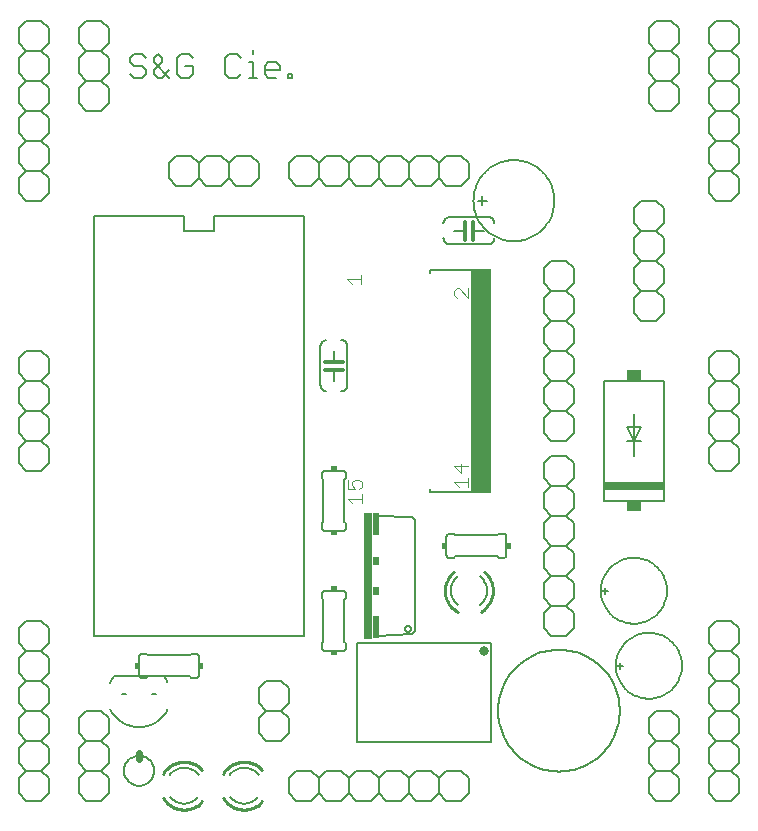
<source format=gto>
G75*
G70*
%OFA0B0*%
%FSLAX24Y24*%
%IPPOS*%
%LPD*%
%AMOC8*
5,1,8,0,0,1.08239X$1,22.5*
%
%ADD10C,0.0070*%
%ADD11C,0.0060*%
%ADD12C,0.0040*%
%ADD13R,0.0659X0.7461*%
%ADD14C,0.0080*%
%ADD15C,0.0320*%
%ADD16C,0.0050*%
%ADD17R,0.0300X0.4200*%
%ADD18R,0.0200X0.0750*%
%ADD19R,0.0200X0.0300*%
%ADD20R,0.2000X0.0300*%
%ADD21R,0.0500X0.0350*%
%ADD22C,0.0120*%
%ADD23R,0.0200X0.0150*%
%ADD24R,0.0150X0.0200*%
%ADD25C,0.0100*%
%ADD26C,0.0240*%
D10*
X015929Y031205D02*
X015797Y031337D01*
X015929Y031205D02*
X016193Y031205D01*
X016325Y031337D01*
X016325Y031469D01*
X016193Y031600D01*
X015929Y031600D01*
X015797Y031732D01*
X015797Y031864D01*
X015929Y031996D01*
X016193Y031996D01*
X016325Y031864D01*
X016589Y031864D02*
X016589Y031732D01*
X017116Y031205D01*
X016853Y031205D02*
X016721Y031205D01*
X016589Y031337D01*
X016589Y031469D01*
X016853Y031732D01*
X016853Y031864D01*
X016721Y031996D01*
X016589Y031864D01*
X017116Y031469D02*
X016853Y031205D01*
X017381Y031337D02*
X017513Y031205D01*
X017777Y031205D01*
X017908Y031337D01*
X017908Y031600D01*
X017645Y031600D01*
X017381Y031337D02*
X017381Y031864D01*
X017513Y031996D01*
X017777Y031996D01*
X017908Y031864D01*
X018965Y031864D02*
X018965Y031337D01*
X019097Y031205D01*
X019360Y031205D01*
X019492Y031337D01*
X019757Y031205D02*
X020020Y031205D01*
X019889Y031205D02*
X019889Y031732D01*
X019757Y031732D01*
X019889Y031996D02*
X019889Y032127D01*
X019492Y031864D02*
X019360Y031996D01*
X019097Y031996D01*
X018965Y031864D01*
X020285Y031600D02*
X020285Y031337D01*
X020417Y031205D01*
X020680Y031205D01*
X020812Y031469D02*
X020285Y031469D01*
X020285Y031600D02*
X020417Y031732D01*
X020680Y031732D01*
X020812Y031600D01*
X020812Y031469D01*
X021077Y031337D02*
X021208Y031337D01*
X021208Y031205D01*
X021077Y031205D01*
X021077Y031337D01*
D11*
X012100Y007350D02*
X012350Y007100D01*
X012850Y007100D01*
X013100Y007350D01*
X013100Y007850D01*
X012850Y008100D01*
X012350Y008100D01*
X012100Y007850D01*
X012100Y007350D01*
X012350Y008100D02*
X012100Y008350D01*
X012100Y008850D01*
X012350Y009100D01*
X012100Y009350D01*
X012100Y009850D01*
X012350Y010100D01*
X012100Y010350D01*
X012100Y010850D01*
X012350Y011100D01*
X012100Y011350D01*
X012100Y011850D01*
X012350Y012100D01*
X012100Y012350D01*
X012100Y012850D01*
X012350Y013100D01*
X012850Y013100D01*
X013100Y012850D01*
X013100Y012350D01*
X012850Y012100D01*
X013100Y011850D01*
X013100Y011350D01*
X012850Y011100D01*
X012350Y011100D01*
X012850Y011100D02*
X013100Y010850D01*
X013100Y010350D01*
X012850Y010100D01*
X013100Y009850D01*
X013100Y009350D01*
X012850Y009100D01*
X013100Y008850D01*
X013100Y008350D01*
X012850Y008100D01*
X014100Y008350D02*
X014100Y008850D01*
X014350Y009100D01*
X014100Y009350D01*
X014100Y009850D01*
X014350Y010100D01*
X014850Y010100D01*
X015100Y009850D01*
X015100Y009350D01*
X014850Y009100D01*
X015100Y008850D01*
X015100Y008350D01*
X014850Y008100D01*
X015100Y007850D01*
X015100Y007350D01*
X014850Y007100D01*
X014350Y007100D01*
X014100Y007350D01*
X014100Y007850D01*
X014350Y008100D01*
X014100Y008350D01*
X014350Y008100D02*
X014850Y008100D01*
X015600Y008100D02*
X015602Y008144D01*
X015608Y008188D01*
X015618Y008231D01*
X015631Y008273D01*
X015648Y008314D01*
X015669Y008353D01*
X015693Y008390D01*
X015720Y008425D01*
X015750Y008457D01*
X015783Y008487D01*
X015819Y008513D01*
X015856Y008537D01*
X015896Y008556D01*
X015937Y008573D01*
X015980Y008585D01*
X016023Y008594D01*
X016067Y008599D01*
X016111Y008600D01*
X016155Y008597D01*
X016199Y008590D01*
X016242Y008579D01*
X016284Y008565D01*
X016324Y008547D01*
X016363Y008525D01*
X016399Y008501D01*
X016433Y008473D01*
X016465Y008442D01*
X016494Y008408D01*
X016520Y008372D01*
X016542Y008334D01*
X016561Y008294D01*
X016576Y008252D01*
X016588Y008210D01*
X016596Y008166D01*
X016600Y008122D01*
X016600Y008078D01*
X016596Y008034D01*
X016588Y007990D01*
X016576Y007948D01*
X016561Y007906D01*
X016542Y007866D01*
X016520Y007828D01*
X016494Y007792D01*
X016465Y007758D01*
X016433Y007727D01*
X016399Y007699D01*
X016363Y007675D01*
X016324Y007653D01*
X016284Y007635D01*
X016242Y007621D01*
X016199Y007610D01*
X016155Y007603D01*
X016111Y007600D01*
X016067Y007601D01*
X016023Y007606D01*
X015980Y007615D01*
X015937Y007627D01*
X015896Y007644D01*
X015856Y007663D01*
X015819Y007687D01*
X015783Y007713D01*
X015750Y007743D01*
X015720Y007775D01*
X015693Y007810D01*
X015669Y007847D01*
X015648Y007886D01*
X015631Y007927D01*
X015618Y007969D01*
X015608Y008012D01*
X015602Y008056D01*
X015600Y008100D01*
X014850Y009100D02*
X014350Y009100D01*
X012850Y009100D02*
X012350Y009100D01*
X012350Y010100D02*
X012850Y010100D01*
X012850Y012100D02*
X012350Y012100D01*
X016100Y011900D02*
X016100Y011300D01*
X016102Y011283D01*
X016106Y011266D01*
X016113Y011250D01*
X016123Y011236D01*
X016136Y011223D01*
X016150Y011213D01*
X016166Y011206D01*
X016183Y011202D01*
X016200Y011200D01*
X016350Y011200D01*
X016400Y011250D01*
X017800Y011250D01*
X017850Y011200D01*
X018000Y011200D01*
X018017Y011202D01*
X018034Y011206D01*
X018050Y011213D01*
X018064Y011223D01*
X018077Y011236D01*
X018087Y011250D01*
X018094Y011266D01*
X018098Y011283D01*
X018100Y011300D01*
X018100Y011900D01*
X018098Y011917D01*
X018094Y011934D01*
X018087Y011950D01*
X018077Y011964D01*
X018064Y011977D01*
X018050Y011987D01*
X018034Y011994D01*
X018017Y011998D01*
X018000Y012000D01*
X017850Y012000D01*
X017800Y011950D01*
X016400Y011950D01*
X016350Y012000D01*
X016200Y012000D01*
X016183Y011998D01*
X016166Y011994D01*
X016150Y011987D01*
X016136Y011977D01*
X016123Y011964D01*
X016113Y011950D01*
X016106Y011934D01*
X016102Y011917D01*
X016100Y011900D01*
X020100Y010850D02*
X020100Y010350D01*
X020350Y010100D01*
X020100Y009850D01*
X020100Y009350D01*
X020350Y009100D01*
X020850Y009100D01*
X021100Y009350D01*
X021100Y009850D01*
X020850Y010100D01*
X020350Y010100D01*
X020850Y010100D02*
X021100Y010350D01*
X021100Y010850D01*
X020850Y011100D01*
X020350Y011100D01*
X020100Y010850D01*
X022200Y012200D02*
X022200Y012350D01*
X022250Y012400D01*
X022250Y013800D01*
X022200Y013850D01*
X022200Y014000D01*
X022202Y014017D01*
X022206Y014034D01*
X022213Y014050D01*
X022223Y014064D01*
X022236Y014077D01*
X022250Y014087D01*
X022266Y014094D01*
X022283Y014098D01*
X022300Y014100D01*
X022900Y014100D01*
X022917Y014098D01*
X022934Y014094D01*
X022950Y014087D01*
X022964Y014077D01*
X022977Y014064D01*
X022987Y014050D01*
X022994Y014034D01*
X022998Y014017D01*
X023000Y014000D01*
X023000Y013850D01*
X022950Y013800D01*
X022950Y012400D01*
X023000Y012350D01*
X023000Y012200D01*
X022998Y012183D01*
X022994Y012166D01*
X022987Y012150D01*
X022977Y012136D01*
X022964Y012123D01*
X022950Y012113D01*
X022934Y012106D01*
X022917Y012102D01*
X022900Y012100D01*
X022300Y012100D01*
X022283Y012102D01*
X022266Y012106D01*
X022250Y012113D01*
X022236Y012123D01*
X022223Y012136D01*
X022213Y012150D01*
X022206Y012166D01*
X022202Y012183D01*
X022200Y012200D01*
X026350Y015300D02*
X026350Y015900D01*
X026352Y015917D01*
X026356Y015934D01*
X026363Y015950D01*
X026373Y015964D01*
X026386Y015977D01*
X026400Y015987D01*
X026416Y015994D01*
X026433Y015998D01*
X026450Y016000D01*
X026600Y016000D01*
X026650Y015950D01*
X028050Y015950D01*
X028100Y016000D01*
X028250Y016000D01*
X028267Y015998D01*
X028284Y015994D01*
X028300Y015987D01*
X028314Y015977D01*
X028327Y015964D01*
X028337Y015950D01*
X028344Y015934D01*
X028348Y015917D01*
X028350Y015900D01*
X028350Y015300D01*
X028348Y015283D01*
X028344Y015266D01*
X028337Y015250D01*
X028327Y015236D01*
X028314Y015223D01*
X028300Y015213D01*
X028284Y015206D01*
X028267Y015202D01*
X028250Y015200D01*
X028100Y015200D01*
X028050Y015250D01*
X026650Y015250D01*
X026600Y015200D01*
X026450Y015200D01*
X026433Y015202D01*
X026416Y015206D01*
X026400Y015213D01*
X026386Y015223D01*
X026373Y015236D01*
X026363Y015250D01*
X026356Y015266D01*
X026352Y015283D01*
X026350Y015300D01*
X027700Y014100D02*
X027698Y014055D01*
X027693Y014009D01*
X027685Y013965D01*
X027673Y013921D01*
X027657Y013878D01*
X027639Y013836D01*
X027617Y013796D01*
X027593Y013758D01*
X027566Y013722D01*
X027536Y013687D01*
X027503Y013656D01*
X027468Y013626D01*
X026500Y014100D02*
X026502Y014147D01*
X026508Y014195D01*
X026517Y014241D01*
X026530Y014287D01*
X026546Y014331D01*
X026567Y014375D01*
X026590Y014416D01*
X026616Y014455D01*
X026646Y014492D01*
X026679Y014527D01*
X026714Y014559D01*
X026751Y014588D01*
X026500Y014100D02*
X026502Y014054D01*
X026507Y014008D01*
X026516Y013962D01*
X026528Y013917D01*
X026544Y013874D01*
X026563Y013832D01*
X026586Y013791D01*
X026611Y013752D01*
X026639Y013716D01*
X026670Y013681D01*
X026704Y013649D01*
X026740Y013620D01*
X027700Y014100D02*
X027698Y014145D01*
X027693Y014191D01*
X027685Y014235D01*
X027673Y014279D01*
X027657Y014322D01*
X027639Y014364D01*
X027617Y014404D01*
X027593Y014442D01*
X027566Y014478D01*
X027536Y014513D01*
X027503Y014544D01*
X027468Y014574D01*
X029600Y014350D02*
X029600Y013850D01*
X029850Y013600D01*
X029600Y013350D01*
X029600Y012850D01*
X029850Y012600D01*
X030350Y012600D01*
X030600Y012850D01*
X030600Y013350D01*
X030350Y013600D01*
X029850Y013600D01*
X030350Y013600D02*
X030600Y013850D01*
X030600Y014350D01*
X030350Y014600D01*
X029850Y014600D01*
X029600Y014350D01*
X029850Y014600D02*
X029600Y014850D01*
X029600Y015350D01*
X029850Y015600D01*
X029600Y015850D01*
X029600Y016350D01*
X029850Y016600D01*
X029600Y016850D01*
X029600Y017350D01*
X029850Y017600D01*
X029600Y017850D01*
X029600Y018350D01*
X029850Y018600D01*
X030350Y018600D01*
X030600Y018350D01*
X030600Y017850D01*
X030350Y017600D01*
X030600Y017350D01*
X030600Y016850D01*
X030350Y016600D01*
X029850Y016600D01*
X030350Y016600D02*
X030600Y016350D01*
X030600Y015850D01*
X030350Y015600D01*
X030600Y015350D01*
X030600Y014850D01*
X030350Y014600D01*
X030350Y015600D02*
X029850Y015600D01*
X031550Y014100D02*
X031750Y014100D01*
X031650Y014000D02*
X031650Y014200D01*
X031500Y014100D02*
X031502Y014166D01*
X031508Y014231D01*
X031518Y014296D01*
X031531Y014361D01*
X031549Y014424D01*
X031570Y014487D01*
X031595Y014547D01*
X031624Y014607D01*
X031656Y014664D01*
X031691Y014720D01*
X031730Y014773D01*
X031772Y014824D01*
X031816Y014872D01*
X031864Y014917D01*
X031914Y014960D01*
X031967Y014999D01*
X032022Y015036D01*
X032079Y015069D01*
X032138Y015098D01*
X032198Y015124D01*
X032260Y015146D01*
X032323Y015165D01*
X032387Y015179D01*
X032452Y015190D01*
X032518Y015197D01*
X032584Y015200D01*
X032649Y015199D01*
X032715Y015194D01*
X032780Y015185D01*
X032845Y015172D01*
X032908Y015156D01*
X032971Y015136D01*
X033032Y015111D01*
X033092Y015084D01*
X033150Y015053D01*
X033206Y015018D01*
X033260Y014980D01*
X033311Y014939D01*
X033360Y014895D01*
X033406Y014848D01*
X033450Y014799D01*
X033490Y014747D01*
X033527Y014692D01*
X033561Y014636D01*
X033591Y014577D01*
X033618Y014517D01*
X033641Y014456D01*
X033660Y014393D01*
X033676Y014329D01*
X033688Y014264D01*
X033696Y014199D01*
X033700Y014133D01*
X033700Y014067D01*
X033696Y014001D01*
X033688Y013936D01*
X033676Y013871D01*
X033660Y013807D01*
X033641Y013744D01*
X033618Y013683D01*
X033591Y013623D01*
X033561Y013564D01*
X033527Y013508D01*
X033490Y013453D01*
X033450Y013401D01*
X033406Y013352D01*
X033360Y013305D01*
X033311Y013261D01*
X033260Y013220D01*
X033206Y013182D01*
X033150Y013147D01*
X033092Y013116D01*
X033032Y013089D01*
X032971Y013064D01*
X032908Y013044D01*
X032845Y013028D01*
X032780Y013015D01*
X032715Y013006D01*
X032649Y013001D01*
X032584Y013000D01*
X032518Y013003D01*
X032452Y013010D01*
X032387Y013021D01*
X032323Y013035D01*
X032260Y013054D01*
X032198Y013076D01*
X032138Y013102D01*
X032079Y013131D01*
X032022Y013164D01*
X031967Y013201D01*
X031914Y013240D01*
X031864Y013283D01*
X031816Y013328D01*
X031772Y013376D01*
X031730Y013427D01*
X031691Y013480D01*
X031656Y013536D01*
X031624Y013593D01*
X031595Y013653D01*
X031570Y013713D01*
X031549Y013776D01*
X031531Y013839D01*
X031518Y013904D01*
X031508Y013969D01*
X031502Y014034D01*
X031500Y014100D01*
X032150Y011700D02*
X032150Y011500D01*
X032250Y011600D02*
X032050Y011600D01*
X032000Y011600D02*
X032002Y011666D01*
X032008Y011731D01*
X032018Y011796D01*
X032031Y011861D01*
X032049Y011924D01*
X032070Y011987D01*
X032095Y012047D01*
X032124Y012107D01*
X032156Y012164D01*
X032191Y012220D01*
X032230Y012273D01*
X032272Y012324D01*
X032316Y012372D01*
X032364Y012417D01*
X032414Y012460D01*
X032467Y012499D01*
X032522Y012536D01*
X032579Y012569D01*
X032638Y012598D01*
X032698Y012624D01*
X032760Y012646D01*
X032823Y012665D01*
X032887Y012679D01*
X032952Y012690D01*
X033018Y012697D01*
X033084Y012700D01*
X033149Y012699D01*
X033215Y012694D01*
X033280Y012685D01*
X033345Y012672D01*
X033408Y012656D01*
X033471Y012636D01*
X033532Y012611D01*
X033592Y012584D01*
X033650Y012553D01*
X033706Y012518D01*
X033760Y012480D01*
X033811Y012439D01*
X033860Y012395D01*
X033906Y012348D01*
X033950Y012299D01*
X033990Y012247D01*
X034027Y012192D01*
X034061Y012136D01*
X034091Y012077D01*
X034118Y012017D01*
X034141Y011956D01*
X034160Y011893D01*
X034176Y011829D01*
X034188Y011764D01*
X034196Y011699D01*
X034200Y011633D01*
X034200Y011567D01*
X034196Y011501D01*
X034188Y011436D01*
X034176Y011371D01*
X034160Y011307D01*
X034141Y011244D01*
X034118Y011183D01*
X034091Y011123D01*
X034061Y011064D01*
X034027Y011008D01*
X033990Y010953D01*
X033950Y010901D01*
X033906Y010852D01*
X033860Y010805D01*
X033811Y010761D01*
X033760Y010720D01*
X033706Y010682D01*
X033650Y010647D01*
X033592Y010616D01*
X033532Y010589D01*
X033471Y010564D01*
X033408Y010544D01*
X033345Y010528D01*
X033280Y010515D01*
X033215Y010506D01*
X033149Y010501D01*
X033084Y010500D01*
X033018Y010503D01*
X032952Y010510D01*
X032887Y010521D01*
X032823Y010535D01*
X032760Y010554D01*
X032698Y010576D01*
X032638Y010602D01*
X032579Y010631D01*
X032522Y010664D01*
X032467Y010701D01*
X032414Y010740D01*
X032364Y010783D01*
X032316Y010828D01*
X032272Y010876D01*
X032230Y010927D01*
X032191Y010980D01*
X032156Y011036D01*
X032124Y011093D01*
X032095Y011153D01*
X032070Y011213D01*
X032049Y011276D01*
X032031Y011339D01*
X032018Y011404D01*
X032008Y011469D01*
X032002Y011534D01*
X032000Y011600D01*
X033350Y010100D02*
X033100Y009850D01*
X033100Y009350D01*
X033350Y009100D01*
X033850Y009100D01*
X034100Y009350D01*
X034100Y009850D01*
X033850Y010100D01*
X033350Y010100D01*
X033350Y009100D02*
X033100Y008850D01*
X033100Y008350D01*
X033350Y008100D01*
X033850Y008100D01*
X034100Y008350D01*
X034100Y008850D01*
X033850Y009100D01*
X035100Y008850D02*
X035100Y008350D01*
X035350Y008100D01*
X035100Y007850D01*
X035100Y007350D01*
X035350Y007100D01*
X035850Y007100D01*
X036100Y007350D01*
X036100Y007850D01*
X035850Y008100D01*
X035350Y008100D01*
X035850Y008100D02*
X036100Y008350D01*
X036100Y008850D01*
X035850Y009100D01*
X035350Y009100D01*
X035100Y008850D01*
X035350Y009100D02*
X035100Y009350D01*
X035100Y009850D01*
X035350Y010100D01*
X035100Y010350D01*
X035100Y010850D01*
X035350Y011100D01*
X035100Y011350D01*
X035100Y011850D01*
X035350Y012100D01*
X035100Y012350D01*
X035100Y012850D01*
X035350Y013100D01*
X035850Y013100D01*
X036100Y012850D01*
X036100Y012350D01*
X035850Y012100D01*
X036100Y011850D01*
X036100Y011350D01*
X035850Y011100D01*
X035350Y011100D01*
X035850Y011100D02*
X036100Y010850D01*
X036100Y010350D01*
X035850Y010100D01*
X036100Y009850D01*
X036100Y009350D01*
X035850Y009100D01*
X035850Y010100D02*
X035350Y010100D01*
X035350Y012100D02*
X035850Y012100D01*
X033850Y008100D02*
X034100Y007850D01*
X034100Y007350D01*
X033850Y007100D01*
X033350Y007100D01*
X033100Y007350D01*
X033100Y007850D01*
X033350Y008100D01*
X027100Y007850D02*
X027100Y007350D01*
X026850Y007100D01*
X026350Y007100D01*
X026100Y007350D01*
X025850Y007100D01*
X025350Y007100D01*
X025100Y007350D01*
X024850Y007100D01*
X024350Y007100D01*
X024100Y007350D01*
X023850Y007100D01*
X023350Y007100D01*
X023100Y007350D01*
X022850Y007100D01*
X022350Y007100D01*
X022100Y007350D01*
X021850Y007100D01*
X021350Y007100D01*
X021100Y007350D01*
X021100Y007850D01*
X021350Y008100D01*
X021850Y008100D01*
X022100Y007850D01*
X022350Y008100D01*
X022850Y008100D01*
X023100Y007850D01*
X023100Y007350D01*
X023100Y007850D02*
X023350Y008100D01*
X023850Y008100D01*
X024100Y007850D01*
X024350Y008100D01*
X024850Y008100D01*
X025100Y007850D01*
X025350Y008100D01*
X025850Y008100D01*
X026100Y007850D01*
X026350Y008100D01*
X026850Y008100D01*
X027100Y007850D01*
X026100Y007850D02*
X026100Y007350D01*
X025100Y007350D02*
X025100Y007850D01*
X024100Y007850D02*
X024100Y007350D01*
X022100Y007350D02*
X022100Y007850D01*
X019600Y007000D02*
X019555Y007002D01*
X019509Y007007D01*
X019465Y007015D01*
X019421Y007027D01*
X019378Y007043D01*
X019336Y007061D01*
X019296Y007083D01*
X019258Y007107D01*
X019222Y007134D01*
X019187Y007164D01*
X019156Y007197D01*
X019126Y007232D01*
X019600Y008200D02*
X019647Y008198D01*
X019695Y008192D01*
X019741Y008183D01*
X019787Y008170D01*
X019831Y008154D01*
X019875Y008133D01*
X019916Y008110D01*
X019955Y008084D01*
X019992Y008054D01*
X020027Y008021D01*
X020059Y007986D01*
X020088Y007949D01*
X019600Y008200D02*
X019554Y008198D01*
X019508Y008193D01*
X019462Y008184D01*
X019417Y008172D01*
X019374Y008156D01*
X019332Y008137D01*
X019291Y008114D01*
X019252Y008089D01*
X019216Y008061D01*
X019181Y008030D01*
X019149Y007996D01*
X019120Y007960D01*
X019600Y007000D02*
X019645Y007002D01*
X019691Y007007D01*
X019735Y007015D01*
X019779Y007027D01*
X019822Y007043D01*
X019864Y007061D01*
X019904Y007083D01*
X019942Y007107D01*
X019978Y007134D01*
X020013Y007164D01*
X020044Y007197D01*
X020074Y007232D01*
X017600Y007000D02*
X017555Y007002D01*
X017509Y007007D01*
X017465Y007015D01*
X017421Y007027D01*
X017378Y007043D01*
X017336Y007061D01*
X017296Y007083D01*
X017258Y007107D01*
X017222Y007134D01*
X017187Y007164D01*
X017156Y007197D01*
X017126Y007232D01*
X017600Y008200D02*
X017647Y008198D01*
X017695Y008192D01*
X017741Y008183D01*
X017787Y008170D01*
X017831Y008154D01*
X017875Y008133D01*
X017916Y008110D01*
X017955Y008084D01*
X017992Y008054D01*
X018027Y008021D01*
X018059Y007986D01*
X018088Y007949D01*
X017600Y008200D02*
X017554Y008198D01*
X017508Y008193D01*
X017462Y008184D01*
X017417Y008172D01*
X017374Y008156D01*
X017332Y008137D01*
X017291Y008114D01*
X017252Y008089D01*
X017216Y008061D01*
X017181Y008030D01*
X017149Y007996D01*
X017120Y007960D01*
X017600Y007000D02*
X017645Y007002D01*
X017691Y007007D01*
X017735Y007015D01*
X017779Y007027D01*
X017822Y007043D01*
X017864Y007061D01*
X017904Y007083D01*
X017942Y007107D01*
X017978Y007134D01*
X018013Y007164D01*
X018044Y007197D01*
X018074Y007232D01*
X022300Y016100D02*
X022900Y016100D01*
X022917Y016102D01*
X022934Y016106D01*
X022950Y016113D01*
X022964Y016123D01*
X022977Y016136D01*
X022987Y016150D01*
X022994Y016166D01*
X022998Y016183D01*
X023000Y016200D01*
X023000Y016350D01*
X022950Y016400D01*
X022950Y017800D01*
X023000Y017850D01*
X023000Y018000D01*
X022998Y018017D01*
X022994Y018034D01*
X022987Y018050D01*
X022977Y018064D01*
X022964Y018077D01*
X022950Y018087D01*
X022934Y018094D01*
X022917Y018098D01*
X022900Y018100D01*
X022300Y018100D01*
X022283Y018098D01*
X022266Y018094D01*
X022250Y018087D01*
X022236Y018077D01*
X022223Y018064D01*
X022213Y018050D01*
X022206Y018034D01*
X022202Y018017D01*
X022200Y018000D01*
X022200Y017850D01*
X022250Y017800D01*
X022250Y016400D01*
X022200Y016350D01*
X022200Y016200D01*
X022202Y016183D01*
X022206Y016166D01*
X022213Y016150D01*
X022223Y016136D01*
X022236Y016123D01*
X022250Y016113D01*
X022266Y016106D01*
X022283Y016102D01*
X022300Y016100D01*
X025792Y017392D02*
X027192Y017392D01*
X025792Y017392D02*
X025792Y017492D01*
X029850Y017600D02*
X030350Y017600D01*
X031600Y017100D02*
X031600Y021100D01*
X033600Y021100D01*
X033600Y017100D01*
X031600Y017100D01*
X032600Y018600D02*
X032600Y019100D01*
X032830Y019100D01*
X032600Y019100D02*
X032600Y020000D01*
X032370Y019550D02*
X032830Y019550D01*
X032600Y019100D01*
X032370Y019550D01*
X032370Y019100D02*
X032600Y019100D01*
X030600Y019350D02*
X030350Y019100D01*
X029850Y019100D01*
X029600Y019350D01*
X029600Y019850D01*
X029850Y020100D01*
X029600Y020350D01*
X029600Y020850D01*
X029850Y021100D01*
X029600Y021350D01*
X029600Y021850D01*
X029850Y022100D01*
X029600Y022350D01*
X029600Y022850D01*
X029850Y023100D01*
X029600Y023350D01*
X029600Y023850D01*
X029850Y024100D01*
X029600Y024350D01*
X029600Y024850D01*
X029850Y025100D01*
X030350Y025100D01*
X030600Y024850D01*
X030600Y024350D01*
X030350Y024100D01*
X030600Y023850D01*
X030600Y023350D01*
X030350Y023100D01*
X029850Y023100D01*
X030350Y023100D02*
X030600Y022850D01*
X030600Y022350D01*
X030350Y022100D01*
X030600Y021850D01*
X030600Y021350D01*
X030350Y021100D01*
X030600Y020850D01*
X030600Y020350D01*
X030350Y020100D01*
X030600Y019850D01*
X030600Y019350D01*
X030350Y020100D02*
X029850Y020100D01*
X029850Y021100D02*
X030350Y021100D01*
X030350Y022100D02*
X029850Y022100D01*
X029850Y024100D02*
X030350Y024100D01*
X032600Y023850D02*
X032600Y023350D01*
X032850Y023100D01*
X033350Y023100D01*
X033600Y023350D01*
X033600Y023850D01*
X033350Y024100D01*
X033600Y024350D01*
X033600Y024850D01*
X033350Y025100D01*
X032850Y025100D01*
X032600Y024850D01*
X032600Y024350D01*
X032850Y024100D01*
X033350Y024100D01*
X032850Y024100D02*
X032600Y023850D01*
X032850Y025100D02*
X032600Y025350D01*
X032600Y025850D01*
X032850Y026100D01*
X032600Y026350D01*
X032600Y026850D01*
X032850Y027100D01*
X033350Y027100D01*
X033600Y026850D01*
X033600Y026350D01*
X033350Y026100D01*
X033600Y025850D01*
X033600Y025350D01*
X033350Y025100D01*
X032850Y025100D01*
X032850Y026100D02*
X033350Y026100D01*
X035100Y027350D02*
X035350Y027100D01*
X035850Y027100D01*
X036100Y027350D01*
X036100Y027850D01*
X035850Y028100D01*
X036100Y028350D01*
X036100Y028850D01*
X035850Y029100D01*
X035350Y029100D01*
X035100Y028850D01*
X035100Y028350D01*
X035350Y028100D01*
X035850Y028100D01*
X035350Y028100D02*
X035100Y027850D01*
X035100Y027350D01*
X035350Y029100D02*
X035100Y029350D01*
X035100Y029850D01*
X035350Y030100D01*
X035100Y030350D01*
X035100Y030850D01*
X035350Y031100D01*
X035100Y031350D01*
X035100Y031850D01*
X035350Y032100D01*
X035100Y032350D01*
X035100Y032850D01*
X035350Y033100D01*
X035850Y033100D01*
X036100Y032850D01*
X036100Y032350D01*
X035850Y032100D01*
X036100Y031850D01*
X036100Y031350D01*
X035850Y031100D01*
X036100Y030850D01*
X036100Y030350D01*
X035850Y030100D01*
X036100Y029850D01*
X036100Y029350D01*
X035850Y029100D01*
X035850Y030100D02*
X035350Y030100D01*
X035350Y031100D02*
X035850Y031100D01*
X035850Y032100D02*
X035350Y032100D01*
X034100Y031850D02*
X034100Y031350D01*
X033850Y031100D01*
X034100Y030850D01*
X034100Y030350D01*
X033850Y030100D01*
X033350Y030100D01*
X033100Y030350D01*
X033100Y030850D01*
X033350Y031100D01*
X033100Y031350D01*
X033100Y031850D01*
X033350Y032100D01*
X033100Y032350D01*
X033100Y032850D01*
X033350Y033100D01*
X033850Y033100D01*
X034100Y032850D01*
X034100Y032350D01*
X033850Y032100D01*
X034100Y031850D01*
X033850Y032100D02*
X033350Y032100D01*
X033350Y031100D02*
X033850Y031100D01*
X027250Y027100D02*
X027252Y027173D01*
X027258Y027246D01*
X027268Y027318D01*
X027282Y027390D01*
X027299Y027461D01*
X027321Y027531D01*
X027346Y027600D01*
X027375Y027667D01*
X027407Y027732D01*
X027443Y027796D01*
X027483Y027858D01*
X027525Y027917D01*
X027571Y027974D01*
X027620Y028028D01*
X027672Y028080D01*
X027726Y028129D01*
X027783Y028175D01*
X027842Y028217D01*
X027904Y028257D01*
X027968Y028293D01*
X028033Y028325D01*
X028100Y028354D01*
X028169Y028379D01*
X028239Y028401D01*
X028310Y028418D01*
X028382Y028432D01*
X028454Y028442D01*
X028527Y028448D01*
X028600Y028450D01*
X028673Y028448D01*
X028746Y028442D01*
X028818Y028432D01*
X028890Y028418D01*
X028961Y028401D01*
X029031Y028379D01*
X029100Y028354D01*
X029167Y028325D01*
X029232Y028293D01*
X029296Y028257D01*
X029358Y028217D01*
X029417Y028175D01*
X029474Y028129D01*
X029528Y028080D01*
X029580Y028028D01*
X029629Y027974D01*
X029675Y027917D01*
X029717Y027858D01*
X029757Y027796D01*
X029793Y027732D01*
X029825Y027667D01*
X029854Y027600D01*
X029879Y027531D01*
X029901Y027461D01*
X029918Y027390D01*
X029932Y027318D01*
X029942Y027246D01*
X029948Y027173D01*
X029950Y027100D01*
X029948Y027027D01*
X029942Y026954D01*
X029932Y026882D01*
X029918Y026810D01*
X029901Y026739D01*
X029879Y026669D01*
X029854Y026600D01*
X029825Y026533D01*
X029793Y026468D01*
X029757Y026404D01*
X029717Y026342D01*
X029675Y026283D01*
X029629Y026226D01*
X029580Y026172D01*
X029528Y026120D01*
X029474Y026071D01*
X029417Y026025D01*
X029358Y025983D01*
X029296Y025943D01*
X029232Y025907D01*
X029167Y025875D01*
X029100Y025846D01*
X029031Y025821D01*
X028961Y025799D01*
X028890Y025782D01*
X028818Y025768D01*
X028746Y025758D01*
X028673Y025752D01*
X028600Y025750D01*
X028527Y025752D01*
X028454Y025758D01*
X028382Y025768D01*
X028310Y025782D01*
X028239Y025799D01*
X028169Y025821D01*
X028100Y025846D01*
X028033Y025875D01*
X027968Y025907D01*
X027904Y025943D01*
X027842Y025983D01*
X027783Y026025D01*
X027726Y026071D01*
X027672Y026120D01*
X027620Y026172D01*
X027571Y026226D01*
X027525Y026283D01*
X027483Y026342D01*
X027443Y026404D01*
X027407Y026468D01*
X027375Y026533D01*
X027346Y026600D01*
X027321Y026669D01*
X027299Y026739D01*
X027282Y026810D01*
X027268Y026882D01*
X027258Y026954D01*
X027252Y027027D01*
X027250Y027100D01*
X027400Y027100D02*
X027700Y027100D01*
X027550Y026950D02*
X027550Y027250D01*
X027750Y026550D02*
X026450Y026550D01*
X026424Y026548D01*
X026398Y026543D01*
X026373Y026535D01*
X026350Y026523D01*
X026328Y026509D01*
X026309Y026491D01*
X026291Y026472D01*
X026277Y026450D01*
X026265Y026427D01*
X026257Y026402D01*
X026252Y026376D01*
X026250Y026350D01*
X026600Y026100D02*
X026970Y026100D01*
X027220Y026100D02*
X027600Y026100D01*
X027950Y026350D02*
X027948Y026376D01*
X027943Y026402D01*
X027935Y026427D01*
X027923Y026450D01*
X027909Y026472D01*
X027891Y026491D01*
X027872Y026509D01*
X027850Y026523D01*
X027827Y026535D01*
X027802Y026543D01*
X027776Y026548D01*
X027750Y026550D01*
X027950Y025850D02*
X027948Y025824D01*
X027943Y025798D01*
X027935Y025773D01*
X027923Y025750D01*
X027909Y025728D01*
X027891Y025709D01*
X027872Y025691D01*
X027850Y025677D01*
X027827Y025665D01*
X027802Y025657D01*
X027776Y025652D01*
X027750Y025650D01*
X026450Y025650D01*
X026424Y025652D01*
X026398Y025657D01*
X026373Y025665D01*
X026350Y025677D01*
X026328Y025691D01*
X026309Y025709D01*
X026291Y025728D01*
X026277Y025750D01*
X026265Y025773D01*
X026257Y025798D01*
X026252Y025824D01*
X026250Y025850D01*
X025792Y024792D02*
X027192Y024792D01*
X025792Y024792D02*
X025792Y024692D01*
X023050Y022250D02*
X023050Y020950D01*
X023048Y020924D01*
X023043Y020898D01*
X023035Y020873D01*
X023023Y020850D01*
X023009Y020828D01*
X022991Y020809D01*
X022972Y020791D01*
X022950Y020777D01*
X022927Y020765D01*
X022902Y020757D01*
X022876Y020752D01*
X022850Y020750D01*
X022600Y021100D02*
X022600Y021470D01*
X022600Y021720D02*
X022600Y022100D01*
X022350Y022450D02*
X022324Y022448D01*
X022298Y022443D01*
X022273Y022435D01*
X022250Y022423D01*
X022228Y022409D01*
X022209Y022391D01*
X022191Y022372D01*
X022177Y022350D01*
X022165Y022327D01*
X022157Y022302D01*
X022152Y022276D01*
X022150Y022250D01*
X022150Y020950D01*
X022152Y020924D01*
X022157Y020898D01*
X022165Y020873D01*
X022177Y020850D01*
X022191Y020828D01*
X022209Y020809D01*
X022228Y020791D01*
X022250Y020777D01*
X022273Y020765D01*
X022298Y020757D01*
X022324Y020752D01*
X022350Y020750D01*
X023050Y022250D02*
X023048Y022276D01*
X023043Y022302D01*
X023035Y022327D01*
X023023Y022350D01*
X023009Y022372D01*
X022991Y022391D01*
X022972Y022409D01*
X022950Y022423D01*
X022927Y022435D01*
X022902Y022443D01*
X022876Y022448D01*
X022850Y022450D01*
X022850Y027600D02*
X022350Y027600D01*
X022100Y027850D01*
X021850Y027600D01*
X021350Y027600D01*
X021100Y027850D01*
X021100Y028350D01*
X021350Y028600D01*
X021850Y028600D01*
X022100Y028350D01*
X022350Y028600D01*
X022850Y028600D01*
X023100Y028350D01*
X023100Y027850D01*
X022850Y027600D01*
X023100Y027850D02*
X023350Y027600D01*
X023850Y027600D01*
X024100Y027850D01*
X024350Y027600D01*
X024850Y027600D01*
X025100Y027850D01*
X025350Y027600D01*
X025850Y027600D01*
X026100Y027850D01*
X026350Y027600D01*
X026850Y027600D01*
X027100Y027850D01*
X027100Y028350D01*
X026850Y028600D01*
X026350Y028600D01*
X026100Y028350D01*
X026100Y027850D01*
X026100Y028350D02*
X025850Y028600D01*
X025350Y028600D01*
X025100Y028350D01*
X025100Y027850D01*
X025100Y028350D02*
X024850Y028600D01*
X024350Y028600D01*
X024100Y028350D01*
X024100Y027850D01*
X024100Y028350D02*
X023850Y028600D01*
X023350Y028600D01*
X023100Y028350D01*
X022100Y028350D02*
X022100Y027850D01*
X020100Y027850D02*
X019850Y027600D01*
X019350Y027600D01*
X019100Y027850D01*
X018850Y027600D01*
X018350Y027600D01*
X018100Y027850D01*
X017850Y027600D01*
X017350Y027600D01*
X017100Y027850D01*
X017100Y028350D01*
X017350Y028600D01*
X017850Y028600D01*
X018100Y028350D01*
X018350Y028600D01*
X018850Y028600D01*
X019100Y028350D01*
X019350Y028600D01*
X019850Y028600D01*
X020100Y028350D01*
X020100Y027850D01*
X019100Y027850D02*
X019100Y028350D01*
X018100Y028350D02*
X018100Y027850D01*
X015100Y030350D02*
X015100Y030850D01*
X014850Y031100D01*
X014350Y031100D01*
X014100Y030850D01*
X014100Y030350D01*
X014350Y030100D01*
X014850Y030100D01*
X015100Y030350D01*
X014850Y031100D02*
X015100Y031350D01*
X015100Y031850D01*
X014850Y032100D01*
X014350Y032100D01*
X014100Y031850D01*
X014100Y031350D01*
X014350Y031100D01*
X014350Y032100D02*
X014100Y032350D01*
X014100Y032850D01*
X014350Y033100D01*
X014850Y033100D01*
X015100Y032850D01*
X015100Y032350D01*
X014850Y032100D01*
X013100Y031850D02*
X013100Y031350D01*
X012850Y031100D01*
X013100Y030850D01*
X013100Y030350D01*
X012850Y030100D01*
X013100Y029850D01*
X013100Y029350D01*
X012850Y029100D01*
X013100Y028850D01*
X013100Y028350D01*
X012850Y028100D01*
X013100Y027850D01*
X013100Y027350D01*
X012850Y027100D01*
X012350Y027100D01*
X012100Y027350D01*
X012100Y027850D01*
X012350Y028100D01*
X012100Y028350D01*
X012100Y028850D01*
X012350Y029100D01*
X012850Y029100D01*
X012350Y029100D02*
X012100Y029350D01*
X012100Y029850D01*
X012350Y030100D01*
X012100Y030350D01*
X012100Y030850D01*
X012350Y031100D01*
X012100Y031350D01*
X012100Y031850D01*
X012350Y032100D01*
X012100Y032350D01*
X012100Y032850D01*
X012350Y033100D01*
X012850Y033100D01*
X013100Y032850D01*
X013100Y032350D01*
X012850Y032100D01*
X013100Y031850D01*
X012850Y032100D02*
X012350Y032100D01*
X012350Y031100D02*
X012850Y031100D01*
X012850Y030100D02*
X012350Y030100D01*
X012350Y028100D02*
X012850Y028100D01*
X012850Y022100D02*
X012350Y022100D01*
X012100Y021850D01*
X012100Y021350D01*
X012350Y021100D01*
X012100Y020850D01*
X012100Y020350D01*
X012350Y020100D01*
X012850Y020100D01*
X013100Y020350D01*
X013100Y020850D01*
X012850Y021100D01*
X012350Y021100D01*
X012850Y021100D02*
X013100Y021350D01*
X013100Y021850D01*
X012850Y022100D01*
X012850Y020100D02*
X013100Y019850D01*
X013100Y019350D01*
X012850Y019100D01*
X013100Y018850D01*
X013100Y018350D01*
X012850Y018100D01*
X012350Y018100D01*
X012100Y018350D01*
X012100Y018850D01*
X012350Y019100D01*
X012100Y019350D01*
X012100Y019850D01*
X012350Y020100D01*
X012350Y019100D02*
X012850Y019100D01*
X035100Y018850D02*
X035100Y018350D01*
X035350Y018100D01*
X035850Y018100D01*
X036100Y018350D01*
X036100Y018850D01*
X035850Y019100D01*
X035350Y019100D01*
X035100Y018850D01*
X035350Y019100D02*
X035100Y019350D01*
X035100Y019850D01*
X035350Y020100D01*
X035100Y020350D01*
X035100Y020850D01*
X035350Y021100D01*
X035100Y021350D01*
X035100Y021850D01*
X035350Y022100D01*
X035850Y022100D01*
X036100Y021850D01*
X036100Y021350D01*
X035850Y021100D01*
X036100Y020850D01*
X036100Y020350D01*
X035850Y020100D01*
X035350Y020100D01*
X035850Y020100D02*
X036100Y019850D01*
X036100Y019350D01*
X035850Y019100D01*
X035850Y021100D02*
X035350Y021100D01*
D12*
X027072Y023871D02*
X026765Y024178D01*
X026688Y024178D01*
X026612Y024101D01*
X026612Y023948D01*
X026688Y023871D01*
X027072Y023871D02*
X027072Y024178D01*
X023502Y024324D02*
X023502Y024631D01*
X023502Y024477D02*
X023042Y024477D01*
X023195Y024324D01*
X026842Y018333D02*
X026842Y018026D01*
X026612Y018257D01*
X027072Y018257D01*
X027072Y017873D02*
X027072Y017566D01*
X027072Y017719D02*
X026612Y017719D01*
X026765Y017566D01*
X023525Y017556D02*
X023449Y017479D01*
X023525Y017556D02*
X023525Y017710D01*
X023449Y017786D01*
X023295Y017786D01*
X023218Y017710D01*
X023218Y017633D01*
X023295Y017479D01*
X023065Y017479D01*
X023065Y017786D01*
X023065Y017173D02*
X023525Y017173D01*
X023525Y017326D02*
X023525Y017019D01*
X023218Y017019D02*
X023065Y017173D01*
D13*
X027491Y021092D03*
D14*
X021600Y026600D02*
X021600Y012600D01*
X014600Y012600D01*
X014600Y026600D01*
X017600Y026600D01*
X017600Y026100D01*
X018600Y026100D01*
X018600Y026600D01*
X021600Y026600D01*
X023357Y012348D02*
X023357Y009065D01*
X027843Y009065D01*
X027843Y012348D01*
X023357Y012348D01*
X028072Y010100D02*
X028074Y010200D01*
X028082Y010299D01*
X028094Y010398D01*
X028111Y010496D01*
X028133Y010593D01*
X028159Y010689D01*
X028191Y010783D01*
X028226Y010876D01*
X028267Y010967D01*
X028311Y011056D01*
X028361Y011143D01*
X028414Y011227D01*
X028471Y011308D01*
X028532Y011387D01*
X028597Y011462D01*
X028666Y011534D01*
X028738Y011603D01*
X028813Y011668D01*
X028892Y011729D01*
X028973Y011786D01*
X029057Y011839D01*
X029144Y011889D01*
X029233Y011933D01*
X029324Y011974D01*
X029417Y012009D01*
X029511Y012041D01*
X029607Y012067D01*
X029704Y012089D01*
X029802Y012106D01*
X029901Y012118D01*
X030000Y012126D01*
X030100Y012128D01*
X030200Y012126D01*
X030299Y012118D01*
X030398Y012106D01*
X030496Y012089D01*
X030593Y012067D01*
X030689Y012041D01*
X030783Y012009D01*
X030876Y011974D01*
X030967Y011933D01*
X031056Y011889D01*
X031143Y011839D01*
X031227Y011786D01*
X031308Y011729D01*
X031387Y011668D01*
X031462Y011603D01*
X031534Y011534D01*
X031603Y011462D01*
X031668Y011387D01*
X031729Y011308D01*
X031786Y011227D01*
X031839Y011143D01*
X031889Y011056D01*
X031933Y010967D01*
X031974Y010876D01*
X032009Y010783D01*
X032041Y010689D01*
X032067Y010593D01*
X032089Y010496D01*
X032106Y010398D01*
X032118Y010299D01*
X032126Y010200D01*
X032128Y010100D01*
X032126Y010000D01*
X032118Y009901D01*
X032106Y009802D01*
X032089Y009704D01*
X032067Y009607D01*
X032041Y009511D01*
X032009Y009417D01*
X031974Y009324D01*
X031933Y009233D01*
X031889Y009144D01*
X031839Y009057D01*
X031786Y008973D01*
X031729Y008892D01*
X031668Y008813D01*
X031603Y008738D01*
X031534Y008666D01*
X031462Y008597D01*
X031387Y008532D01*
X031308Y008471D01*
X031227Y008414D01*
X031143Y008361D01*
X031056Y008311D01*
X030967Y008267D01*
X030876Y008226D01*
X030783Y008191D01*
X030689Y008159D01*
X030593Y008133D01*
X030496Y008111D01*
X030398Y008094D01*
X030299Y008082D01*
X030200Y008074D01*
X030100Y008072D01*
X030000Y008074D01*
X029901Y008082D01*
X029802Y008094D01*
X029704Y008111D01*
X029607Y008133D01*
X029511Y008159D01*
X029417Y008191D01*
X029324Y008226D01*
X029233Y008267D01*
X029144Y008311D01*
X029057Y008361D01*
X028973Y008414D01*
X028892Y008471D01*
X028813Y008532D01*
X028738Y008597D01*
X028666Y008666D01*
X028597Y008738D01*
X028532Y008813D01*
X028471Y008892D01*
X028414Y008973D01*
X028361Y009057D01*
X028311Y009144D01*
X028267Y009233D01*
X028226Y009324D01*
X028191Y009417D01*
X028159Y009511D01*
X028133Y009607D01*
X028111Y009704D01*
X028094Y009802D01*
X028082Y009901D01*
X028074Y010000D01*
X028072Y010100D01*
D15*
X027600Y012100D03*
D16*
X025300Y012750D02*
X025200Y012650D01*
X024050Y012600D01*
X024960Y012830D02*
X024962Y012850D01*
X024968Y012868D01*
X024977Y012886D01*
X024989Y012901D01*
X025004Y012913D01*
X025022Y012922D01*
X025040Y012928D01*
X025060Y012930D01*
X025080Y012928D01*
X025098Y012922D01*
X025116Y012913D01*
X025131Y012901D01*
X025143Y012886D01*
X025152Y012868D01*
X025158Y012850D01*
X025160Y012830D01*
X025158Y012810D01*
X025152Y012792D01*
X025143Y012774D01*
X025131Y012759D01*
X025116Y012747D01*
X025098Y012738D01*
X025080Y012732D01*
X025060Y012730D01*
X025040Y012732D01*
X025022Y012738D01*
X025004Y012747D01*
X024989Y012759D01*
X024977Y012774D01*
X024968Y012792D01*
X024962Y012810D01*
X024960Y012830D01*
X025300Y012750D02*
X025300Y016450D01*
X025200Y016550D01*
X024050Y016600D01*
X016925Y011250D02*
X015275Y011250D01*
X015547Y010650D02*
X015653Y010650D01*
X015146Y011038D02*
X015173Y011094D01*
X015204Y011148D01*
X015238Y011200D01*
X015275Y011250D01*
X015150Y010153D02*
X015179Y010096D01*
X015212Y010040D01*
X015247Y009987D01*
X015287Y009936D01*
X015329Y009888D01*
X015374Y009842D01*
X015421Y009799D01*
X015471Y009759D01*
X015524Y009722D01*
X015579Y009689D01*
X015635Y009658D01*
X015694Y009632D01*
X015754Y009609D01*
X015815Y009589D01*
X015877Y009574D01*
X015940Y009562D01*
X016004Y009554D01*
X016068Y009550D01*
X016132Y009550D01*
X016196Y009554D01*
X016260Y009562D01*
X016323Y009574D01*
X016385Y009589D01*
X016446Y009609D01*
X016506Y009632D01*
X016565Y009658D01*
X016621Y009689D01*
X016676Y009722D01*
X016729Y009759D01*
X016779Y009799D01*
X016826Y009842D01*
X016871Y009888D01*
X016913Y009936D01*
X016953Y009987D01*
X016988Y010040D01*
X017021Y010096D01*
X017050Y010153D01*
X016653Y010650D02*
X016547Y010650D01*
X017050Y011047D02*
X017023Y011101D01*
X016993Y011152D01*
X016960Y011202D01*
X016925Y011250D01*
D17*
X023750Y014600D03*
D18*
X024000Y012875D03*
X024000Y016325D03*
D19*
X024000Y015100D03*
X024000Y014100D03*
D20*
X032600Y017600D03*
D21*
X032600Y016925D03*
X032600Y021275D03*
D22*
X027220Y025800D02*
X027220Y026100D01*
X027220Y026400D01*
X026970Y026400D02*
X026970Y026100D01*
X026970Y025800D01*
X022900Y021720D02*
X022600Y021720D01*
X022300Y021720D01*
X022300Y021470D02*
X022600Y021470D01*
X022900Y021470D01*
D23*
X022600Y018175D03*
X022600Y016025D03*
X022600Y014175D03*
X022600Y012025D03*
D24*
X018175Y011600D03*
X016025Y011600D03*
X026275Y015600D03*
X028425Y015600D03*
D25*
X026300Y014100D02*
X026302Y014046D01*
X026307Y013992D01*
X026316Y013939D01*
X026329Y013886D01*
X026345Y013835D01*
X026365Y013785D01*
X026388Y013736D01*
X026414Y013688D01*
X026443Y013643D01*
X026476Y013600D01*
X026511Y013559D01*
X026549Y013520D01*
X026589Y013484D01*
X026632Y013451D01*
X026677Y013421D01*
X026724Y013394D01*
X027497Y013405D02*
X027545Y013435D01*
X027590Y013468D01*
X027633Y013504D01*
X027674Y013542D01*
X027711Y013584D01*
X027746Y013628D01*
X027777Y013674D01*
X027806Y013723D01*
X027830Y013773D01*
X027851Y013825D01*
X027869Y013879D01*
X027882Y013933D01*
X027892Y013988D01*
X027898Y014044D01*
X027900Y014100D01*
X027898Y014153D01*
X027893Y014207D01*
X027884Y014259D01*
X027872Y014311D01*
X027856Y014362D01*
X027837Y014412D01*
X027814Y014461D01*
X027788Y014508D01*
X027760Y014553D01*
X027728Y014596D01*
X027694Y014636D01*
X027656Y014675D01*
X027617Y014711D01*
X026588Y014715D02*
X026548Y014679D01*
X026510Y014640D01*
X026475Y014599D01*
X026443Y014556D01*
X026413Y014511D01*
X026387Y014464D01*
X026365Y014415D01*
X026345Y014364D01*
X026329Y014313D01*
X026316Y014261D01*
X026307Y014207D01*
X026302Y014154D01*
X026300Y014100D01*
X019600Y008400D02*
X019546Y008398D01*
X019492Y008393D01*
X019439Y008384D01*
X019386Y008371D01*
X019335Y008355D01*
X019285Y008335D01*
X019236Y008312D01*
X019188Y008286D01*
X019143Y008257D01*
X019100Y008224D01*
X019059Y008189D01*
X019020Y008151D01*
X018984Y008111D01*
X018951Y008068D01*
X018921Y008023D01*
X018894Y007976D01*
X018905Y007203D02*
X018935Y007155D01*
X018968Y007110D01*
X019004Y007067D01*
X019042Y007026D01*
X019084Y006989D01*
X019128Y006954D01*
X019174Y006923D01*
X019223Y006894D01*
X019273Y006870D01*
X019325Y006849D01*
X019379Y006831D01*
X019433Y006818D01*
X019488Y006808D01*
X019544Y006802D01*
X019600Y006800D01*
X019653Y006802D01*
X019707Y006807D01*
X019759Y006816D01*
X019811Y006828D01*
X019862Y006844D01*
X019912Y006863D01*
X019961Y006886D01*
X020008Y006912D01*
X020053Y006940D01*
X020096Y006972D01*
X020136Y007006D01*
X020175Y007044D01*
X020211Y007083D01*
X020215Y008112D02*
X020179Y008152D01*
X020140Y008190D01*
X020099Y008225D01*
X020056Y008257D01*
X020011Y008287D01*
X019964Y008313D01*
X019915Y008335D01*
X019864Y008355D01*
X019813Y008371D01*
X019761Y008384D01*
X019707Y008393D01*
X019654Y008398D01*
X019600Y008400D01*
X017600Y008400D02*
X017546Y008398D01*
X017492Y008393D01*
X017439Y008384D01*
X017386Y008371D01*
X017335Y008355D01*
X017285Y008335D01*
X017236Y008312D01*
X017188Y008286D01*
X017143Y008257D01*
X017100Y008224D01*
X017059Y008189D01*
X017020Y008151D01*
X016984Y008111D01*
X016951Y008068D01*
X016921Y008023D01*
X016894Y007976D01*
X016905Y007203D02*
X016935Y007155D01*
X016968Y007110D01*
X017004Y007067D01*
X017042Y007026D01*
X017084Y006989D01*
X017128Y006954D01*
X017174Y006923D01*
X017223Y006894D01*
X017273Y006870D01*
X017325Y006849D01*
X017379Y006831D01*
X017433Y006818D01*
X017488Y006808D01*
X017544Y006802D01*
X017600Y006800D01*
X017653Y006802D01*
X017707Y006807D01*
X017759Y006816D01*
X017811Y006828D01*
X017862Y006844D01*
X017912Y006863D01*
X017961Y006886D01*
X018008Y006912D01*
X018053Y006940D01*
X018096Y006972D01*
X018136Y007006D01*
X018175Y007044D01*
X018211Y007083D01*
X018215Y008112D02*
X018179Y008152D01*
X018140Y008190D01*
X018099Y008225D01*
X018056Y008257D01*
X018011Y008287D01*
X017964Y008313D01*
X017915Y008335D01*
X017864Y008355D01*
X017813Y008371D01*
X017761Y008384D01*
X017707Y008393D01*
X017654Y008398D01*
X017600Y008400D01*
D26*
X016100Y008500D02*
X016100Y008700D01*
M02*

</source>
